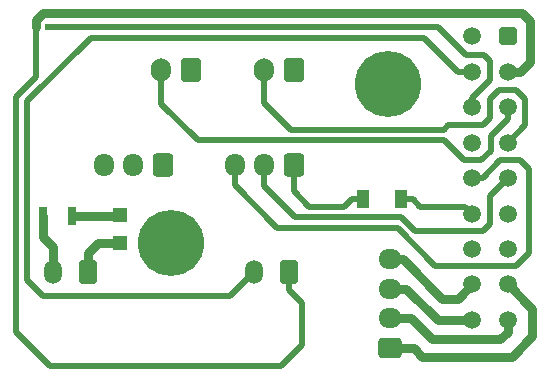
<source format=gbr>
%TF.GenerationSoftware,KiCad,Pcbnew,(6.0.6)*%
%TF.CreationDate,2022-07-26T01:14:12+02:00*%
%TF.ProjectId,toolhead_pcb,746f6f6c-6865-4616-945f-7063622e6b69,rev?*%
%TF.SameCoordinates,Original*%
%TF.FileFunction,Copper,L1,Top*%
%TF.FilePolarity,Positive*%
%FSLAX46Y46*%
G04 Gerber Fmt 4.6, Leading zero omitted, Abs format (unit mm)*
G04 Created by KiCad (PCBNEW (6.0.6)) date 2022-07-26 01:14:12*
%MOMM*%
%LPD*%
G01*
G04 APERTURE LIST*
G04 Aperture macros list*
%AMRoundRect*
0 Rectangle with rounded corners*
0 $1 Rounding radius*
0 $2 $3 $4 $5 $6 $7 $8 $9 X,Y pos of 4 corners*
0 Add a 4 corners polygon primitive as box body*
4,1,4,$2,$3,$4,$5,$6,$7,$8,$9,$2,$3,0*
0 Add four circle primitives for the rounded corners*
1,1,$1+$1,$2,$3*
1,1,$1+$1,$4,$5*
1,1,$1+$1,$6,$7*
1,1,$1+$1,$8,$9*
0 Add four rect primitives between the rounded corners*
20,1,$1+$1,$2,$3,$4,$5,0*
20,1,$1+$1,$4,$5,$6,$7,0*
20,1,$1+$1,$6,$7,$8,$9,0*
20,1,$1+$1,$8,$9,$2,$3,0*%
G04 Aperture macros list end*
%TA.AperFunction,ComponentPad*%
%ADD10RoundRect,0.250001X0.499999X0.759999X-0.499999X0.759999X-0.499999X-0.759999X0.499999X-0.759999X0*%
%TD*%
%TA.AperFunction,ComponentPad*%
%ADD11O,1.500000X2.020000*%
%TD*%
%TA.AperFunction,ComponentPad*%
%ADD12C,5.600000*%
%TD*%
%TA.AperFunction,ComponentPad*%
%ADD13RoundRect,0.250000X0.600000X0.725000X-0.600000X0.725000X-0.600000X-0.725000X0.600000X-0.725000X0*%
%TD*%
%TA.AperFunction,ComponentPad*%
%ADD14O,1.700000X1.950000*%
%TD*%
%TA.AperFunction,ComponentPad*%
%ADD15RoundRect,0.250000X0.725000X-0.600000X0.725000X0.600000X-0.725000X0.600000X-0.725000X-0.600000X0*%
%TD*%
%TA.AperFunction,ComponentPad*%
%ADD16O,1.950000X1.700000*%
%TD*%
%TA.AperFunction,SMDPad,CuDef*%
%ADD17R,1.000000X1.600000*%
%TD*%
%TA.AperFunction,SMDPad,CuDef*%
%ADD18R,1.200000X1.200000*%
%TD*%
%TA.AperFunction,SMDPad,CuDef*%
%ADD19R,0.500000X0.600000*%
%TD*%
%TA.AperFunction,ComponentPad*%
%ADD20RoundRect,0.250000X0.600000X0.750000X-0.600000X0.750000X-0.600000X-0.750000X0.600000X-0.750000X0*%
%TD*%
%TA.AperFunction,ComponentPad*%
%ADD21O,1.700000X2.000000*%
%TD*%
%TA.AperFunction,SMDPad,CuDef*%
%ADD22R,0.800000X1.600000*%
%TD*%
%TA.AperFunction,ComponentPad*%
%ADD23RoundRect,0.250001X-0.499999X0.499999X-0.499999X-0.499999X0.499999X-0.499999X0.499999X0.499999X0*%
%TD*%
%TA.AperFunction,ComponentPad*%
%ADD24C,1.500000*%
%TD*%
%TA.AperFunction,Conductor*%
%ADD25C,0.508000*%
%TD*%
%TA.AperFunction,Conductor*%
%ADD26C,0.762000*%
%TD*%
G04 APERTURE END LIST*
D10*
%TO.P,Therm 0,1*%
%TO.N,N/C*%
X92000000Y-102480000D03*
D11*
%TO.P,Therm 0,2*%
X89000000Y-102480000D03*
%TD*%
D12*
%TO.P,REF\u002A\u002A,1*%
%TO.N,N/C*%
X100350000Y-86500000D03*
%TD*%
D13*
%TO.P,Neo Pixel,1*%
%TO.N,N/C*%
X81300000Y-93425000D03*
D14*
%TO.P,Neo Pixel,2*%
X78800000Y-93425000D03*
%TO.P,Neo Pixel,3*%
X76300000Y-93425000D03*
%TD*%
D15*
%TO.P,E-Motor,1*%
%TO.N,N/C*%
X100575000Y-108850000D03*
D16*
%TO.P,E-Motor,2*%
X100575000Y-106350000D03*
%TO.P,E-Motor,3*%
X100575000Y-103850000D03*
%TO.P,E-Motor,4*%
X100575000Y-101350000D03*
%TD*%
D17*
%TO.P,Probe filter diode,1*%
%TO.N,N/C*%
X98300000Y-96300000D03*
%TO.P,Probe filter diode,2*%
X101500000Y-96300000D03*
%TD*%
D18*
%TO.P,R1100,1*%
%TO.N,N/C*%
X77700000Y-97600000D03*
%TO.P,R1100,2*%
X77700000Y-100000000D03*
%TD*%
D19*
%TO.P,Thermistor Chamber,1*%
%TO.N,N/C*%
X70598500Y-81699000D03*
%TO.P,Thermistor Chamber,2*%
X71600000Y-81700000D03*
%TD*%
D12*
%TO.P,REF\u002A\u002A,1*%
%TO.N,N/C*%
X82000000Y-100000000D03*
%TD*%
D10*
%TO.P,Hotend,1*%
%TO.N,N/C*%
X75000000Y-102430000D03*
D11*
%TO.P,Hotend,2*%
X72000000Y-102430000D03*
%TD*%
D20*
%TO.P,Fan 1,1*%
%TO.N,N/C*%
X92400000Y-85300000D03*
D21*
%TO.P,Fan 1,2*%
X89900000Y-85300000D03*
%TD*%
D22*
%TO.P,Hotend Led,1*%
%TO.N,N/C*%
X71200000Y-97700000D03*
%TO.P,Hotend Led,2*%
X73600000Y-97700000D03*
%TD*%
D23*
%TO.P,Breakbox In,1*%
%TO.N,N/C*%
X110515000Y-82500000D03*
D24*
%TO.P,Breakbox In,2*%
X110515000Y-85500000D03*
%TO.P,Breakbox In,3*%
X110515000Y-88500000D03*
%TO.P,Breakbox In,4*%
X110515000Y-91500000D03*
%TO.P,Breakbox In,5*%
X110515000Y-94500000D03*
%TO.P,Breakbox In,6*%
X110515000Y-97500000D03*
%TO.P,Breakbox In,7*%
X110515000Y-100500000D03*
%TO.P,Breakbox In,8*%
X110515000Y-103500000D03*
%TO.P,Breakbox In,9*%
X110515000Y-106500000D03*
%TO.P,Breakbox In,10*%
X107515000Y-82500000D03*
%TO.P,Breakbox In,11*%
X107515000Y-85500000D03*
%TO.P,Breakbox In,12*%
X107515000Y-88500000D03*
%TO.P,Breakbox In,13*%
X107515000Y-91500000D03*
%TO.P,Breakbox In,14*%
X107515000Y-94500000D03*
%TO.P,Breakbox In,15*%
X107515000Y-97500000D03*
%TO.P,Breakbox In,16*%
X107515000Y-100500000D03*
%TO.P,Breakbox In,17*%
X107515000Y-103500000D03*
%TO.P,Breakbox In,18*%
X107515000Y-106500000D03*
%TD*%
D20*
%TO.P,Fan 0,1*%
%TO.N,N/C*%
X83700000Y-85300000D03*
D21*
%TO.P,Fan 0,2*%
X81200000Y-85300000D03*
%TD*%
D13*
%TO.P,Probe,1*%
%TO.N,N/C*%
X92400000Y-93425000D03*
D14*
%TO.P,Probe,2*%
X89900000Y-93425000D03*
%TO.P,Probe,3*%
X87400000Y-93425000D03*
%TD*%
D25*
%TO.N,*%
X91300000Y-110400000D02*
X93100000Y-108600000D01*
X107515000Y-87685000D02*
X109000000Y-86200000D01*
X87400000Y-95100000D02*
X87400000Y-93425000D01*
D26*
X110900000Y-109600000D02*
X103300000Y-109600000D01*
D25*
X109015000Y-96000000D02*
X109015000Y-98385000D01*
D26*
X106315000Y-104700000D02*
X105000000Y-104700000D01*
D25*
X86980000Y-104500000D02*
X89000000Y-102480000D01*
X68900000Y-87600000D02*
X68900000Y-107500000D01*
X110515000Y-94500000D02*
X109015000Y-96000000D01*
X91000000Y-98700000D02*
X87400000Y-95100000D01*
X109000000Y-86200000D02*
X109000000Y-84600000D01*
X70600000Y-81700500D02*
X70600000Y-85900000D01*
X84300000Y-91300000D02*
X81200000Y-88200000D01*
X111600000Y-93000000D02*
X112300000Y-93700000D01*
D26*
X112400000Y-81200000D02*
X111700000Y-80500000D01*
X75000000Y-100800000D02*
X75000000Y-102430000D01*
D25*
X104600000Y-81700000D02*
X71600000Y-81700000D01*
X103100000Y-96900000D02*
X102500000Y-96300000D01*
D26*
X110515000Y-103500000D02*
X112600000Y-105585000D01*
D25*
X92425000Y-93400000D02*
X92400000Y-93425000D01*
X110515000Y-88500000D02*
X110515000Y-89485000D01*
D26*
X107515000Y-106500000D02*
X104600000Y-106500000D01*
X73600000Y-97700000D02*
X77600000Y-97700000D01*
D25*
X108300000Y-93000000D02*
X106800000Y-93000000D01*
X93100000Y-108600000D02*
X93100000Y-105100000D01*
X102700000Y-99000000D02*
X101500000Y-97800000D01*
D26*
X103300000Y-109600000D02*
X102550000Y-108850000D01*
D25*
X92500000Y-97800000D02*
X89900000Y-95200000D01*
X110515000Y-91500000D02*
X112000000Y-90015000D01*
X108400000Y-99000000D02*
X102700000Y-99000000D01*
X92400000Y-95600000D02*
X92400000Y-93425000D01*
D26*
X109900000Y-108100000D02*
X104100000Y-108100000D01*
D25*
X69800000Y-103100000D02*
X71200000Y-104500000D01*
X112300000Y-93700000D02*
X112300000Y-100800000D01*
X107000000Y-84100000D02*
X104600000Y-81700000D01*
D26*
X77700000Y-100000000D02*
X75800000Y-100000000D01*
X111700000Y-80500000D02*
X71200000Y-80500000D01*
D25*
X71800000Y-110400000D02*
X91300000Y-110400000D01*
X106800000Y-93000000D02*
X105100000Y-91300000D01*
D26*
X100725000Y-106500000D02*
X100575000Y-106350000D01*
D25*
X105500000Y-90000000D02*
X105100000Y-90400000D01*
D26*
X110515000Y-85500000D02*
X111600000Y-85500000D01*
X112600000Y-107900000D02*
X110900000Y-109600000D01*
D25*
X108500000Y-84100000D02*
X107000000Y-84100000D01*
X71200000Y-104500000D02*
X86980000Y-104500000D01*
X93100000Y-105100000D02*
X92000000Y-104000000D01*
X69800000Y-88000000D02*
X69800000Y-103100000D01*
D26*
X102550000Y-108850000D02*
X100575000Y-108850000D01*
D25*
X106915000Y-96900000D02*
X103100000Y-96900000D01*
D26*
X72000000Y-100300000D02*
X72000000Y-102430000D01*
X105000000Y-104700000D02*
X101650000Y-101350000D01*
D25*
X103400000Y-82600000D02*
X75200000Y-82600000D01*
X75200000Y-82600000D02*
X69800000Y-88000000D01*
D26*
X102350000Y-106350000D02*
X100575000Y-106350000D01*
X104100000Y-108100000D02*
X102350000Y-106350000D01*
D25*
X81200000Y-88200000D02*
X81200000Y-85300000D01*
X93700000Y-96900000D02*
X92400000Y-95600000D01*
X92200000Y-90400000D02*
X89900000Y-88100000D01*
X97300000Y-96300000D02*
X96700000Y-96900000D01*
X70600000Y-85900000D02*
X68900000Y-87600000D01*
D26*
X107515000Y-103500000D02*
X106315000Y-104700000D01*
D25*
X107515000Y-88500000D02*
X107515000Y-87685000D01*
X109000000Y-84600000D02*
X108500000Y-84100000D01*
X92000000Y-104000000D02*
X92000000Y-102480000D01*
X101500000Y-97800000D02*
X92500000Y-97800000D01*
D26*
X71200000Y-99500000D02*
X72000000Y-100300000D01*
D25*
X107515000Y-94500000D02*
X108400000Y-94500000D01*
D26*
X112400000Y-84700000D02*
X112400000Y-81200000D01*
D25*
X101200000Y-98700000D02*
X91000000Y-98700000D01*
D26*
X75800000Y-100000000D02*
X75000000Y-100800000D01*
D25*
X110515000Y-89485000D02*
X109100000Y-90900000D01*
X109100000Y-90900000D02*
X109100000Y-92200000D01*
X112000000Y-87800000D02*
X111200000Y-87000000D01*
X89900000Y-95200000D02*
X89900000Y-93425000D01*
D26*
X112600000Y-105585000D02*
X112600000Y-107900000D01*
D25*
X102500000Y-96300000D02*
X101500000Y-96300000D01*
X104400000Y-101900000D02*
X101200000Y-98700000D01*
D26*
X111600000Y-85500000D02*
X112400000Y-84700000D01*
D25*
X109015000Y-98385000D02*
X108400000Y-99000000D01*
X109800000Y-87000000D02*
X109000000Y-87800000D01*
X68900000Y-107500000D02*
X71800000Y-110400000D01*
X109000000Y-89400000D02*
X108400000Y-90000000D01*
D26*
X77600000Y-97700000D02*
X77700000Y-97600000D01*
X110515000Y-107485000D02*
X109900000Y-108100000D01*
D25*
X106300000Y-85500000D02*
X103400000Y-82600000D01*
D26*
X104600000Y-106500000D02*
X101950000Y-103850000D01*
D25*
X109000000Y-87800000D02*
X109000000Y-89400000D01*
X70598500Y-81699000D02*
X70600000Y-81700500D01*
X96700000Y-96900000D02*
X93700000Y-96900000D01*
X111200000Y-101900000D02*
X104400000Y-101900000D01*
X107515000Y-97500000D02*
X106915000Y-96900000D01*
X105100000Y-91300000D02*
X84300000Y-91300000D01*
D26*
X110515000Y-106500000D02*
X110515000Y-107485000D01*
D25*
X107515000Y-85500000D02*
X106300000Y-85500000D01*
X89900000Y-88100000D02*
X89900000Y-85300000D01*
X108400000Y-94500000D02*
X109900000Y-93000000D01*
X112300000Y-100800000D02*
X111200000Y-101900000D01*
D26*
X70598500Y-81101500D02*
X70598500Y-81699000D01*
D25*
X108400000Y-90000000D02*
X105500000Y-90000000D01*
D26*
X71200000Y-80500000D02*
X70598500Y-81101500D01*
D25*
X109100000Y-92200000D02*
X108300000Y-93000000D01*
X111200000Y-87000000D02*
X109800000Y-87000000D01*
X105100000Y-90400000D02*
X92200000Y-90400000D01*
D26*
X71200000Y-97700000D02*
X71200000Y-99500000D01*
D25*
X109900000Y-93000000D02*
X111600000Y-93000000D01*
X112000000Y-90015000D02*
X112000000Y-87800000D01*
D26*
X101950000Y-103850000D02*
X100575000Y-103850000D01*
X101650000Y-101350000D02*
X100575000Y-101350000D01*
D25*
X98300000Y-96300000D02*
X97300000Y-96300000D01*
%TD*%
M02*

</source>
